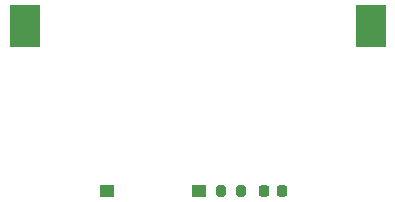
<source format=gbr>
%TF.GenerationSoftware,KiCad,Pcbnew,8.0.5*%
%TF.CreationDate,2025-03-26T13:41:29+00:00*%
%TF.ProjectId,PCB_1001_00,5043425f-3130-4303-915f-30302e6b6963,rev?*%
%TF.SameCoordinates,Original*%
%TF.FileFunction,Paste,Top*%
%TF.FilePolarity,Positive*%
%FSLAX46Y46*%
G04 Gerber Fmt 4.6, Leading zero omitted, Abs format (unit mm)*
G04 Created by KiCad (PCBNEW 8.0.5) date 2025-03-26 13:41:29*
%MOMM*%
%LPD*%
G01*
G04 APERTURE LIST*
G04 Aperture macros list*
%AMRoundRect*
0 Rectangle with rounded corners*
0 $1 Rounding radius*
0 $2 $3 $4 $5 $6 $7 $8 $9 X,Y pos of 4 corners*
0 Add a 4 corners polygon primitive as box body*
4,1,4,$2,$3,$4,$5,$6,$7,$8,$9,$2,$3,0*
0 Add four circle primitives for the rounded corners*
1,1,$1+$1,$2,$3*
1,1,$1+$1,$4,$5*
1,1,$1+$1,$6,$7*
1,1,$1+$1,$8,$9*
0 Add four rect primitives between the rounded corners*
20,1,$1+$1,$2,$3,$4,$5,0*
20,1,$1+$1,$4,$5,$6,$7,0*
20,1,$1+$1,$6,$7,$8,$9,0*
20,1,$1+$1,$8,$9,$2,$3,0*%
G04 Aperture macros list end*
%ADD10RoundRect,0.218750X-0.218750X-0.256250X0.218750X-0.256250X0.218750X0.256250X-0.218750X0.256250X0*%
%ADD11R,2.600000X3.600000*%
%ADD12R,1.250000X1.000000*%
%ADD13RoundRect,0.200000X0.200000X0.275000X-0.200000X0.275000X-0.200000X-0.275000X0.200000X-0.275000X0*%
G04 APERTURE END LIST*
D10*
%TO.C,D1*%
X148310500Y-104394000D03*
X149885500Y-104394000D03*
%TD*%
D11*
%TO.C,BT1*%
X128098000Y-90424000D03*
X157398000Y-90424000D03*
%TD*%
D12*
%TO.C,SW1*%
X135063000Y-104394000D03*
X142813000Y-104394000D03*
%TD*%
D13*
%TO.C,R1*%
X146367000Y-104394000D03*
X144717000Y-104394000D03*
%TD*%
M02*

</source>
